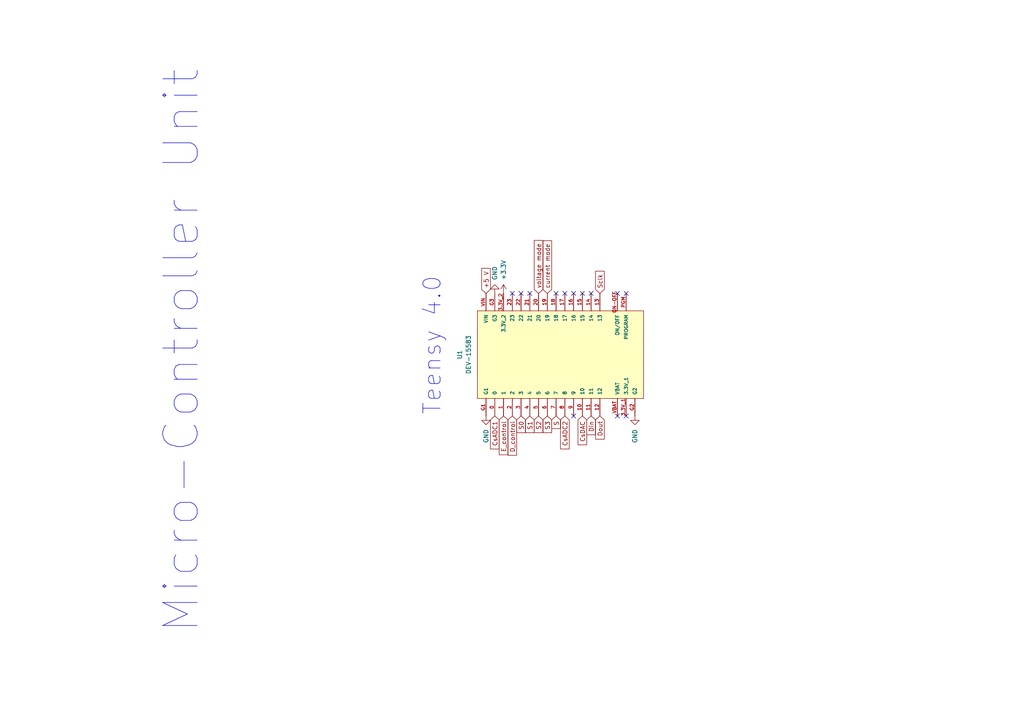
<source format=kicad_sch>
(kicad_sch (version 20230121) (generator eeschema)
  (paper "A4")
  (lib_symbols
    (symbol "+3.3V_1" (power) (pin_names (offset 0))
      (property "Value" "+3.3V_1" (at 0 3.556 0))
      (symbol "+3.3V_1_0_1"
        (polyline (pts (xy -0.762 1.27) (xy 0 2.54)))
        (polyline (pts (xy 0 0) (xy 0 2.54)))
        (polyline (pts (xy 0 2.54) (xy 0.762 1.27)))
      )
      (symbol "+3.3V_1_1_1"
        (pin power_in line (at 0 0 90) (length 0) hide (name "+3.3V") (number "1"))
      )
    )
    (symbol "GND_1" (power) (pin_names (offset 0))
      (property "Value" "GND_1" (at 0 -3.81 0))
      (symbol "GND_1_0_1"
        (polyline (pts (xy 0 0) (xy 0 -1.27) (xy 1.27 -1.27) (xy 0 -2.54) (xy -1.27 -1.27) (xy 0 -1.27)))
      )
      (symbol "GND_1_1_1"
        (pin power_in line (at 0 0 270) (length 0) hide (name "GND") (number "1"))
      )
    )
    (symbol "Teensy4.0:DEV-15583" (pin_names (offset 1.016))
      (property "Reference" "U" (at -12.7 23.622 0))
      (property "Value" "DEV-15583" (at -12.7 -27.94 0))
      (symbol "DEV-15583_0_0"
        (rectangle (start -12.7 -25.4) (end 12.7 22.86) (stroke (width 0.1524)) (fill (type background)))
        (pin bidirectional line (at -17.78 17.78 0) (length 5.08) (name "0") (number "0"))
        (pin bidirectional line (at -17.78 15.24 0) (length 5.08) (name "1") (number "1"))
        (pin bidirectional line (at -17.78 -7.62 0) (length 5.08) (name "10") (number "10"))
        (pin bidirectional line (at -17.78 -10.16 0) (length 5.08) (name "11") (number "11"))
        (pin bidirectional line (at -17.78 -12.7 0) (length 5.08) (name "12") (number "12"))
        (pin bidirectional line (at 17.78 -12.7 180) (length 5.08) (name "13") (number "13"))
        (pin bidirectional line (at 17.78 -10.16 180) (length 5.08) (name "14") (number "14"))
        (pin bidirectional line (at 17.78 -7.62 180) (length 5.08) (name "15") (number "15"))
        (pin bidirectional line (at 17.78 -5.08 180) (length 5.08) (name "16") (number "16"))
        (pin bidirectional line (at 17.78 -2.54 180) (length 5.08) (name "17") (number "17"))
        (pin bidirectional line (at 17.78 0 180) (length 5.08) (name "18") (number "18"))
        (pin bidirectional line (at 17.78 2.54 180) (length 5.08) (name "19") (number "19"))
        (pin bidirectional line (at -17.78 12.7 0) (length 5.08) (name "2") (number "2"))
        (pin bidirectional line (at 17.78 5.08 180) (length 5.08) (name "20") (number "20"))
        (pin bidirectional line (at 17.78 7.62 180) (length 5.08) (name "21") (number "21"))
        (pin bidirectional line (at 17.78 10.16 180) (length 5.08) (name "22") (number "22"))
        (pin bidirectional line (at 17.78 12.7 180) (length 5.08) (name "23") (number "23"))
        (pin bidirectional line (at -17.78 10.16 0) (length 5.08) (name "3") (number "3"))
        (pin power_in line (at -17.78 -20.32 0) (length 5.08) (name "3.3V_1") (number "3.3V_1"))
        (pin power_in line (at 17.78 15.24 180) (length 5.08) (name "3.3V_2") (number "3.3V_2"))
        (pin bidirectional line (at -17.78 7.62 0) (length 5.08) (name "4") (number "4"))
        (pin bidirectional line (at -17.78 5.08 0) (length 5.08) (name "5") (number "5"))
        (pin bidirectional line (at -17.78 2.54 0) (length 5.08) (name "6") (number "6"))
        (pin bidirectional line (at -17.78 0 0) (length 5.08) (name "7") (number "7"))
        (pin bidirectional line (at -17.78 -2.54 0) (length 5.08) (name "8") (number "8"))
        (pin bidirectional line (at -17.78 -5.08 0) (length 5.08) (name "9") (number "9"))
        (pin power_in line (at -17.78 20.32 0) (length 5.08) (name "G1") (number "G1"))
        (pin power_in line (at -17.78 -22.86 0) (length 5.08) (name "G2") (number "G2"))
        (pin power_in line (at 17.78 17.78 180) (length 5.08) (name "G3") (number "G3"))
        (pin bidirectional line (at 17.78 -17.78 180) (length 5.08) (name "ON/OFF") (number "ON-OFF"))
        (pin bidirectional line (at 17.78 -20.32 180) (length 5.08) (name "PROGRAM") (number "PGM"))
        (pin power_in line (at -17.78 -17.78 0) (length 5.08) (name "VBAT") (number "VBAT"))
        (pin power_in line (at 17.78 20.32 180) (length 5.08) (name "VIN") (number "VIN"))
      )
    )
  )
  (no_connect (at 171.45 85.09))
  (no_connect (at 161.29 85.09))
  (no_connect (at 179.07 120.65))
  (no_connect (at 148.59 85.09))
  (no_connect (at 168.91 85.09))
  (no_connect (at 179.07 85.09))
  (no_connect (at 181.61 120.65))
  (no_connect (at 166.37 120.65))
  (no_connect (at 166.37 85.09))
  (no_connect (at 163.83 85.09))
  (no_connect (at 151.13 85.09))
  (no_connect (at 181.61 85.09))
  (no_connect (at 153.67 85.09))
  (text "Teensy 4.0" (at 128.27 120.65 90) (effects (font (size 5 5)) (justify left bottom)))
  (text "Micro-Controller Unit\n" (at 58.42 184.15 90) (effects (font (size 10 10)) (justify left bottom)))
  (global_label "S2" (shape input) (at 156.21 120.65 270) (property "Intersheetrefs" "${INTERSHEET_REFS}" (effects hide)))
  (global_label "CsADC1" (shape input) (at 143.51 120.65 270) (property "Intersheetrefs" "${INTERSHEET_REFS}" (effects hide)))
  (global_label "CsDAC" (shape input) (at 168.91 120.65 270) (property "Intersheetrefs" "${INTERSHEET_REFS}" (effects hide)))
  (global_label "+5 V" (shape input) (at 140.97 85.09 90) (property "Intersheetrefs" "${INTERSHEET_REFS}" (effects hide)))
  (global_label "S" (shape input) (at 161.29 120.65 270) (property "Intersheetrefs" "${INTERSHEET_REFS}" (effects hide)))
  (global_label "voltage mode" (shape input) (at 156.21 85.09 90) (property "Intersheetrefs" "${INTERSHEET_REFS}" (effects hide)))
  (global_label "E_control" (shape input) (at 146.05 120.65 270) (property "Intersheetrefs" "${INTERSHEET_REFS}" (effects hide)))
  (global_label "D_control" (shape input) (at 148.59 120.65 270) (property "Intersheetrefs" "${INTERSHEET_REFS}" (effects hide)))
  (global_label "current mode" (shape input) (at 158.75 85.09 90) (property "Intersheetrefs" "${INTERSHEET_REFS}" (effects hide)))
  (global_label "S0" (shape input) (at 151.13 120.65 270) (property "Intersheetrefs" "${INTERSHEET_REFS}" (effects hide)))
  (global_label "CsADC2" (shape input) (at 163.83 120.65 270) (property "Intersheetrefs" "${INTERSHEET_REFS}" (effects hide)))
  (global_label "S1" (shape input) (at 153.67 120.65 270) (property "Intersheetrefs" "${INTERSHEET_REFS}" (effects hide)))
  (global_label "S3" (shape input) (at 158.75 120.65 270) (property "Intersheetrefs" "${INTERSHEET_REFS}" (effects hide)))
  (global_label "Sclk" (shape input) (at 173.99 85.09 90) (property "Intersheetrefs" "${INTERSHEET_REFS}" (effects hide)))
  (global_label "Dout" (shape input) (at 173.99 120.65 270) (property "Intersheetrefs" "${INTERSHEET_REFS}" (effects hide)))
  (global_label "Din" (shape input) (at 171.45 120.65 270) (property "Intersheetrefs" "${INTERSHEET_REFS}" (effects hide)))
  (symbol (lib_id "Teensy4.0:DEV-15583") (at 161.29 102.87 90) (unit 1)
    (property "Reference" "U1" (at 133.35 102.87 0))
    (property "Value" "DEV-15583" (at 135.89 102.87 0))
    (property "Footprint" "DEV-15583:MODULE_DEV-15583" (effects hide))
    (property "STANDARD" "Manufacturer Recommendations" (effects hide))
    (property "MAXIMUM_PACKAGE_HEIGHT" "5.87mm" (effects hide))
    (property "MANUFACTURER" "Sparkfun" (effects hide))
  )
  (symbol (lib_name "GND_1") (lib_id "power:GND") (at 184.15 120.65 0) (unit 1)
    (property "Reference" "#PWR09" (effects hide))
    (property "Value" "GND" (at 184.15 124.46 90) (effects (justify right)))
    (instances (project "channels" (path "" (reference "#PWR09") (unit 1))) (project "electrostimulator" (path "" (reference "#PWR043") (unit 1))) (project "channels1" (path "" (reference "#PWR02") (unit 1)) (path "" (reference "#PWR014") (unit 1))))
  )
  (symbol (lib_name "GND_1") (lib_id "power:GND") (at 143.51 85.09 180) (unit 1)
    (property "Reference" "#PWR010" (effects hide))
    (property "Value" "GND" (at 143.51 81.28 90) (effects (justify right)))
    (instances (project "channels" (path "" (reference "#PWR010") (unit 1))) (project "electrostimulator" (path "" (reference "#PWR044") (unit 1))) (project "channels1" (path "" (reference "#PWR03") (unit 1)) (path "" (reference "#PWR015") (unit 1))))
  )
  (symbol (lib_name "+3.3V_1") (lib_id "power:+3.3V") (at 146.05 85.09 0) (unit 1)
    (property "Reference" "#PWR011" (effects hide))
    (property "Value" "+3.3V" (at 146.05 81.28 90) (effects (justify left)))
    (instances (project "channels" (path "" (reference "#PWR011") (unit 1))) (project "electrostimulator" (path "" (reference "#PWR045") (unit 1))) (project "channels1" (path "" (reference "#PWR04") (unit 1)) (path "" (reference "#PWR016") (unit 1))))
  )
  (symbol (lib_name "GND_1") (lib_id "power:GND") (at 140.97 120.65 0) (unit 1)
    (property "Reference" "#PWR08" (effects hide))
    (property "Value" "GND" (at 140.97 124.46 90) (effects (justify right)))
    (instances (project "channels" (path "" (reference "#PWR08") (unit 1))) (project "electrostimulator" (path "" (reference "#PWR042") (unit 1))) (project "channels1" (path "" (reference "#PWR01") (unit 1)) (path "" (reference "#PWR013") (unit 1))))
  )
)
</source>
